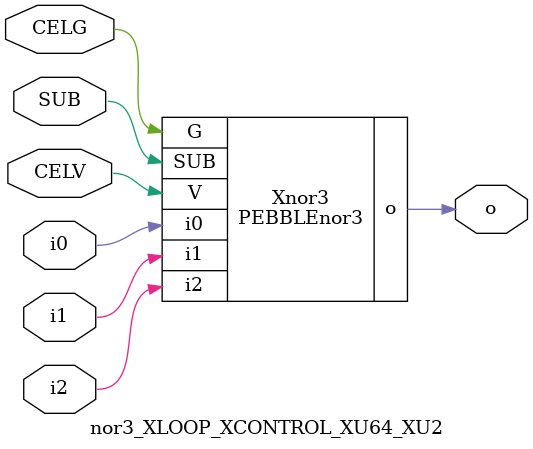
<source format=v>



module PEBBLEnor3 ( o, G, SUB, V, i0, i1, i2 );

  input i0;
  input V;
  input i2;
  input i1;
  input G;
  output o;
  input SUB;
endmodule

//Celera Confidential Do Not Copy nor3_XLOOP_XCONTROL_XU64_XU2
//Celera Confidential Symbol Generator
//NOR3
module nor3_XLOOP_XCONTROL_XU64_XU2 (CELV,CELG,i0,i1,i2,o,SUB);
input CELV;
input CELG;
input i0;
input i1;
input i2;
input SUB;
output o;

//Celera Confidential Do Not Copy nor3
PEBBLEnor3 Xnor3(
.V (CELV),
.i0 (i0),
.i1 (i1),
.i2 (i2),
.o (o),
.SUB (SUB),
.G (CELG)
);
//,diesize,PEBBLEnor3

//Celera Confidential Do Not Copy Module End
//Celera Schematic Generator
endmodule

</source>
